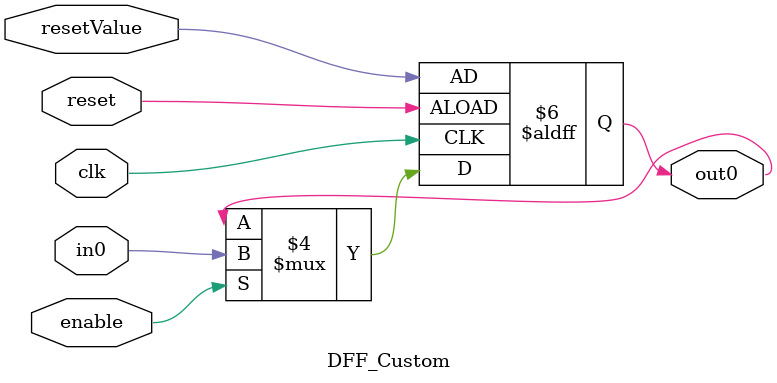
<source format=v>

module DFF_Custom(clk, reset, resetValue, enable, in0, out0);

// parameterizations
parameter size = 1;

// module i/o
input 					clk;
input 					reset;
input 		[size-1:0]	resetValue;
input 					enable;
input 		[size-1:0] 	in0;
output reg	[size-1:0]	out0;

// behavorial description
always @(posedge clk, negedge reset) begin

	// reset condition
	if (reset != 1'b1) 
		out0 = resetValue;
	// nominal operation
	else begin
		// if enabled
		if (enable) 
			out0 = in0;
		else
			out0 = out0;
	end

end

endmodule

</source>
